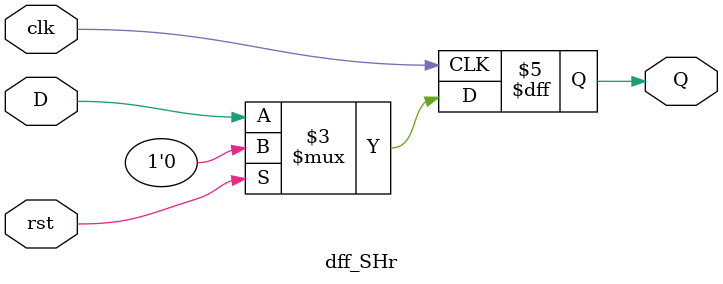
<source format=v>
module dff_SHr (Q,D,clk,rst); //Synchronous D-Flip Flop with Active High Reset
input D, clk, rst;
output reg Q;

always @(posedge clk)
    if(rst)
            Q <= 1'b0;
    else
            Q <= D;

endmodule
</source>
